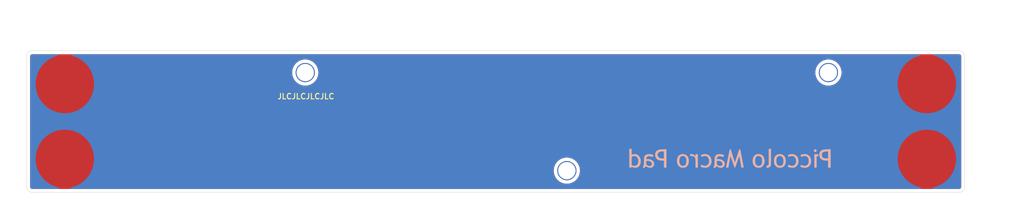
<source format=kicad_pcb>
(kicad_pcb (version 20210925) (generator pcbnew)
  (layers (0 "F.Cu" signal) (31 "B.Cu" signal) (34 "B.Paste" user) (35 "F.Paste" user) (36 "B.SilkS" user "B.Silkscreen") (37 "F.SilkS" user "F.Silkscreen") (38 "B.Mask" user) (39 "F.Mask" user) (44 "Edge.Cuts" user))
  (net 0 "")
  (footprint "Envoy:MountingHole_Reinforced_2.5mm" (layer "F.Cu") (at 189.961868 87.227905)
    (fp_text reference "H3" hide)
    (fp_text value "MountingHole")
    (pad "" thru_hole circle (at 0 0) (size 2.8 2.8) (drill 2.5) (layers *.Cu *.Mask))
  )
  (footprint "Envoy:BumperLocator_8.5mm" (layer "F.Cu") (at 204.3 88.9)
    (fp_text reference "B1" hide)
    (fp_text value "BumperPad")
    (zone (net 0) (net_name "") (layer "B.Cu") (connect_pads (clearance 0)) (min_thickness 0.254)
      (keepout (tracks not_allowed) (vias not_allowed) (pads not_allowed) (copperpour not_allowed) (footprints allowed))
      (fill (thermal_gap 0.508) (thermal_bridge_width 0.508))
      (polygon (pts (xy 208.554819 88.9) (xy 208.535936 88.499586) (xy 208.479454 88.102726) (xy 208.385876 87.712943) (xy 208.256031 87.333697) (xy 208.091071 86.968353) (xy 207.892462 86.620154) (xy 207.661967 86.292191) (xy 207.40163 85.987376) (xy 207.113762 85.708413) (xy 206.80092 85.457779) (xy 206.465879 85.237698) (xy 206.111614 85.050125) (xy 205.741269 84.896723) (xy 205.35813 84.778854) (xy 204.9656 84.697565) (xy 204.567162 84.653577) (xy 204.166353 84.64728) (xy 203.76673 84.678732) (xy 203.37184 84.747651) (xy 202.985189 84.853427) (xy 202.610208 84.99512) (xy 202.250225 85.171474) (xy 201.908437 85.380922) (xy 201.587876 85.621606) (xy 201.291389 85.891389) (xy 201.021606 86.187876) (xy 200.780922 86.508437) (xy 200.571474 86.850225) (xy 200.39512 87.210208) (xy 200.253427 87.585189) (xy 200.147651 87.97184) (xy 200.078732 88.36673) (xy 200.04728 88.766353) (xy 200.053577 89.167162) (xy 200.097565 89.5656) (xy 200.178854 89.95813) (xy 200.296723 90.341269) (xy 200.450125 90.711614) (xy 200.637698 91.065879) (xy 200.857779 91.40092) (xy 201.108413 91.713762) (xy 201.387376 92.00163) (xy 201.692191 92.261967) (xy 202.020154 92.492462) (xy 202.368353 92.691071) (xy 202.733697 92.856031) (xy 203.112943 92.985876) (xy 203.502726 93.079454) (xy 203.899586 93.135936) (xy 204.3 93.154819) (xy 204.700414 93.135936) (xy 205.097274 93.079454) (xy 205.487057 92.985876) (xy 205.866303 92.856031) (xy 206.231647 92.691071) (xy 206.579846 92.492462) (xy 206.907809 92.261967) (xy 207.212624 92.00163) (xy 207.491587 91.713762) (xy 207.742221 91.40092) (xy 207.962302 91.065879) (xy 208.149875 90.711614) (xy 208.303277 90.341269) (xy 208.421146 89.95813) (xy 208.502435 89.5656) (xy 208.546423 89.167162)))
    )
  )
  (footprint "Envoy:MountingHole_Reinforced_2.5mm" (layer "F.Cu") (at 113.761868 87.227905)
    (fp_text reference "H1" hide)
    (fp_text value "MountingHole")
    (pad "" thru_hole circle (at 0 0) (size 2.8 2.8) (drill 2.5) (layers *.Cu *.Mask))
  )
  (footprint "Envoy:BumperLocator_8.5mm" (layer "F.Cu") (at 204.3 99.8)
    (fp_text reference "B1" hide)
    (fp_text value "BumperPad")
    (zone (net 0) (net_name "") (layer "B.Cu") (connect_pads (clearance 0)) (min_thickness 0.254)
      (keepout (tracks not_allowed) (vias not_allowed) (pads not_allowed) (copperpour not_allowed) (footprints allowed))
      (fill (thermal_gap 0.508) (thermal_bridge_width 0.508))
      (polygon (pts (xy 208.554819 99.8) (xy 208.535936 99.399586) (xy 208.479454 99.002726) (xy 208.385876 98.612943) (xy 208.256031 98.233697) (xy 208.091071 97.868353) (xy 207.892462 97.520154) (xy 207.661967 97.192191) (xy 207.40163 96.887376) (xy 207.113762 96.608413) (xy 206.80092 96.357779) (xy 206.465879 96.137698) (xy 206.111614 95.950125) (xy 205.741269 95.796723) (xy 205.35813 95.678854) (xy 204.9656 95.597565) (xy 204.567162 95.553577) (xy 204.166353 95.54728) (xy 203.76673 95.578732) (xy 203.37184 95.647651) (xy 202.985189 95.753427) (xy 202.610208 95.89512) (xy 202.250225 96.071474) (xy 201.908437 96.280922) (xy 201.587876 96.521606) (xy 201.291389 96.791389) (xy 201.021606 97.087876) (xy 200.780922 97.408437) (xy 200.571474 97.750225) (xy 200.39512 98.110208) (xy 200.253427 98.485189) (xy 200.147651 98.87184) (xy 200.078732 99.26673) (xy 200.04728 99.666353) (xy 200.053577 100.067162) (xy 200.097565 100.4656) (xy 200.178854 100.85813) (xy 200.296723 101.241269) (xy 200.450125 101.611614) (xy 200.637698 101.965879) (xy 200.857779 102.30092) (xy 201.108413 102.613762) (xy 201.387376 102.90163) (xy 201.692191 103.161967) (xy 202.020154 103.392462) (xy 202.368353 103.591071) (xy 202.733697 103.756031) (xy 203.112943 103.885876) (xy 203.502726 103.979454) (xy 203.899586 104.035936) (xy 204.3 104.054819) (xy 204.700414 104.035936) (xy 205.097274 103.979454) (xy 205.487057 103.885876) (xy 205.866303 103.756031) (xy 206.231647 103.591071) (xy 206.579846 103.392462) (xy 206.907809 103.161967) (xy 207.212624 102.90163) (xy 207.491587 102.613762) (xy 207.742221 102.30092) (xy 207.962302 101.965879) (xy 208.149875 101.611614) (xy 208.303277 101.241269) (xy 208.421146 100.85813) (xy 208.502435 100.4656) (xy 208.546423 100.067162)))
    )
  )
  (footprint "Envoy:BumperLocator_8.5mm" (layer "F.Cu") (at 78.74 88.9)
    (fp_text reference "B1" hide)
    (fp_text value "BumperPad")
    (zone (net 0) (net_name "") (layer "B.Cu") (connect_pads (clearance 0)) (min_thickness 0.254)
      (keepout (tracks not_allowed) (vias not_allowed) (pads not_allowed) (copperpour not_allowed) (footprints allowed))
      (fill (thermal_gap 0.508) (thermal_bridge_width 0.508))
      (polygon (pts (xy 82.994819 88.9) (xy 82.975936 88.499586) (xy 82.919454 88.102726) (xy 82.825876 87.712943) (xy 82.696031 87.333697) (xy 82.531071 86.968353) (xy 82.332462 86.620154) (xy 82.101967 86.292191) (xy 81.84163 85.987376) (xy 81.553762 85.708413) (xy 81.24092 85.457779) (xy 80.905879 85.237698) (xy 80.551614 85.050125) (xy 80.181269 84.896723) (xy 79.79813 84.778854) (xy 79.4056 84.697565) (xy 79.007162 84.653577) (xy 78.606353 84.64728) (xy 78.20673 84.678732) (xy 77.81184 84.747651) (xy 77.425189 84.853427) (xy 77.050208 84.99512) (xy 76.690225 85.171474) (xy 76.348437 85.380922) (xy 76.027876 85.621606) (xy 75.731389 85.891389) (xy 75.461606 86.187876) (xy 75.220922 86.508437) (xy 75.011474 86.850225) (xy 74.83512 87.210208) (xy 74.693427 87.585189) (xy 74.587651 87.97184) (xy 74.518732 88.36673) (xy 74.48728 88.766353) (xy 74.493577 89.167162) (xy 74.537565 89.5656) (xy 74.618854 89.95813) (xy 74.736723 90.341269) (xy 74.890125 90.711614) (xy 75.077698 91.065879) (xy 75.297779 91.40092) (xy 75.548413 91.713762) (xy 75.827376 92.00163) (xy 76.132191 92.261967) (xy 76.460154 92.492462) (xy 76.808353 92.691071) (xy 77.173697 92.856031) (xy 77.552943 92.985876) (xy 77.942726 93.079454) (xy 78.339586 93.135936) (xy 78.74 93.154819) (xy 79.140414 93.135936) (xy 79.537274 93.079454) (xy 79.927057 92.985876) (xy 80.306303 92.856031) (xy 80.671647 92.691071) (xy 81.019846 92.492462) (xy 81.347809 92.261967) (xy 81.652624 92.00163) (xy 81.931587 91.713762) (xy 82.182221 91.40092) (xy 82.402302 91.065879) (xy 82.589875 90.711614) (xy 82.743277 90.341269) (xy 82.861146 89.95813) (xy 82.942435 89.5656) (xy 82.986423 89.167162)))
    )
  )
  (footprint "Envoy:MountingHole_Reinforced_2.5mm" (layer "F.Cu") (at 151.861868 101.515405)
    (fp_text reference "H2" hide)
    (fp_text value "MountingHole")
    (pad "" thru_hole circle (at 0 0) (size 2.8 2.8) (drill 2.5) (layers *.Cu *.Mask))
  )
  (footprint "Envoy:BumperLocator_8.5mm" (layer "F.Cu") (at 78.74 99.8)
    (fp_text reference "B1" hide)
    (fp_text value "BumperPad")
    (zone (net 0) (net_name "") (layer "B.Cu") (connect_pads (clearance 0)) (min_thickness 0.254)
      (keepout (tracks not_allowed) (vias not_allowed) (pads not_allowed) (copperpour not_allowed) (footprints allowed))
      (fill (thermal_gap 0.508) (thermal_bridge_width 0.508))
      (polygon (pts (xy 82.994819 99.8) (xy 82.975936 99.399586) (xy 82.919454 99.002726) (xy 82.825876 98.612943) (xy 82.696031 98.233697) (xy 82.531071 97.868353) (xy 82.332462 97.520154) (xy 82.101967 97.192191) (xy 81.84163 96.887376) (xy 81.553762 96.608413) (xy 81.24092 96.357779) (xy 80.905879 96.137698) (xy 80.551614 95.950125) (xy 80.181269 95.796723) (xy 79.79813 95.678854) (xy 79.4056 95.597565) (xy 79.007162 95.553577) (xy 78.606353 95.54728) (xy 78.20673 95.578732) (xy 77.81184 95.647651) (xy 77.425189 95.753427) (xy 77.050208 95.89512) (xy 76.690225 96.071474) (xy 76.348437 96.280922) (xy 76.027876 96.521606) (xy 75.731389 96.791389) (xy 75.461606 97.087876) (xy 75.220922 97.408437) (xy 75.011474 97.750225) (xy 74.83512 98.110208) (xy 74.693427 98.485189) (xy 74.587651 98.87184) (xy 74.518732 99.26673) (xy 74.48728 99.666353) (xy 74.493577 100.067162) (xy 74.537565 100.4656) (xy 74.618854 100.85813) (xy 74.736723 101.241269) (xy 74.890125 101.611614) (xy 75.077698 101.965879) (xy 75.297779 102.30092) (xy 75.548413 102.613762) (xy 75.827376 102.90163) (xy 76.132191 103.161967) (xy 76.460154 103.392462) (xy 76.808353 103.591071) (xy 77.173697 103.756031) (xy 77.552943 103.885876) (xy 77.942726 103.979454) (xy 78.339586 104.035936) (xy 78.74 104.054819) (xy 79.140414 104.035936) (xy 79.537274 103.979454) (xy 79.927057 103.885876) (xy 80.306303 103.756031) (xy 80.671647 103.591071) (xy 81.019846 103.392462) (xy 81.347809 103.161967) (xy 81.652624 102.90163) (xy 81.931587 102.613762) (xy 82.182221 102.30092) (xy 82.402302 101.965879) (xy 82.589875 101.611614) (xy 82.743277 101.241269) (xy 82.861146 100.85813) (xy 82.942435 100.4656) (xy 82.986423 100.067162)))
    )
  )
  (footprint "Envoy:Piccolo_Macro_Pad_text_30mm" (layer "B.Cu") (at 175.55 99.85 180)
    (fp_text reference "G***" hide)
    (fp_text value "LOGO" hide)
    (fp_poly (pts (xy -5.709174 -0.75287) (xy -5.635307 -0.840656) (xy -5.565099 -0.902263) (xy -5.490945 -0.936167) (xy -5.482382 -0.937559) (xy -5.435893 -0.94774) (xy -5.410975 -0.974771) (xy -5.399215 -1.034168) (xy -5.394521 -1.099599) (xy -5.385717 -1.252523) (xy -5.496471 -1.251245) (xy -5.60134 -1.239747) (xy -5.709383 -1.213406) (xy -5.719218 -1.210035) (xy -5.813381 -1.165652) (xy -5.896558 -1.109528) (xy -5.905025 -1.102082) (xy -5.94164 -1.066938) (xy -5.971924 -1.031454) (xy -5.996479 -0.990016) (xy -6.015904 -0.937013) (xy -6.0308 -0.866834) (xy -6.041768 -0.773865) (xy -6.049408 -0.652495) (xy -6.054322 -0.497112) (xy -6.057109 -0.302105) (xy -6.05837 -0.06186) (xy -6.058705 0.229234) (xy -6.058715 0.334041) (xy -6.058715 1.514679) (xy -5.709174 1.514679)) (layer "B.SilkS") (width 0) (fill solid))
    (fp_poly (pts (xy -4.049128 0.739816) (xy -3.846512 0.680083) (xy -3.67685 0.573061) (xy -3.541847 0.420205) (xy -3.443203 0.222975) (xy -3.382623 -0.017171) (xy -3.382089 -0.020603) (xy -3.363393 -0.282215) (xy -3.388742 -0.525358) (xy -3.455631 -0.7437) (xy -3.561555 -0.930911) (xy -3.70401 -1.080659) (xy -3.834972 -1.165419) (xy -3.974811 -1.214244) (xy -4.145969 -1.24175) (xy -4.325044 -1.246604) (xy -4.488634 -1.227473) (xy -4.56194 -1.20683) (xy -4.733371 -1.114216) (xy -4.878624 -0.976423) (xy -4.993636 -0.802169) (xy -5.07434 -0.600171) (xy -5.116672 -0.379148) (xy -5.116619 -0.262156) (xy -4.733371 -0.262156) (xy -4.731978 -0.414076) (xy -4.726422 -0.522133) (xy -4.714638 -0.600683) (xy -4.694563 -0.664081) (xy -4.667458 -0.720503) (xy -4.611188 -0.80654) (xy -4.548098 -0.876185) (xy -4.52659 -0.892985) (xy -4.389648 -0.95097) (xy -4.234532 -0.966619) (xy -4.081766 -0.94035) (xy -3.963722 -0.881555) (xy -3.907305 -0.823979) (xy -3.846207 -0.737107) (xy -3.815825 -0.683005) (xy -3.781073 -0.606554) (xy -3.759364 -0.532799) (xy -3.74778 -0.44429) (xy -3.743403 -0.323575) (xy -3.743004 -0.247592) (xy -3.755419 -0.013393) (xy -3.793997 0.170747) (xy -3.860733 0.30778) (xy -3.957625 0.400656) (xy -4.086672 0.452326) (xy -4.226078 0.466055) (xy -4.38749 0.444949) (xy -4.517576 0.378411) (xy -4.624305 0.261613) (xy -4.66055 0.202772) (xy -4.692568 0.140332) (xy -4.71359 0.079958) (xy -4.725883 0.007178) (xy -4.731713 -0.092475) (xy -4.733348 -0.233472) (xy -4.733371 -0.262156) (xy -5.116619 -0.262156) (xy -5.116567 -0.147818) (xy -5.102493 -0.047513) (xy -5.035388 0.202561) (xy -4.934656 0.40522) (xy -4.799733 0.561012) (xy -4.630053 0.67049) (xy -4.425051 0.734204) (xy -4.282996 0.750799)) (layer "B.SilkS") (width 0) (fill solid))
    (fp_poly (pts (xy 1.41273 0.74057) (xy 1.596757 0.733338) (xy 1.736974 0.712062) (xy 1.846982 0.672592) (xy 1.940382 0.610779) (xy 1.991326 0.564032) (xy 2.045033 0.505811) (xy 2.086627 0.446187) (xy 2.117942 0.376604) (xy 2.140814 0.288503) (xy 2.157075 0.173326) (xy 2.168559 0.022513) (xy 2.177101 -0.172492) (xy 2.181895 -0.325279) (xy 2.188091 -0.528656) (xy 2.194082 -0.682348) (xy 2.200894 -0.79491) (xy 2.209554 -0.874901) (xy 2.221087 -0.930879) (xy 2.23652 -0.971399) (xy 2.256881 -1.005021) (xy 2.264737 -1.0159) (xy 2.30887 -1.09499) (xy 2.329971 -1.170975) (xy 2.330276 -1.178523) (xy 2.321503 -1.230749) (xy 2.283388 -1.250368) (xy 2.24001 -1.252523) (xy 2.122743 -1.233068) (xy 2.013532 -1.182183) (xy 1.934485 -1.11109) (xy 1.921772 -1.090999) (xy 1.881902 -1.032397) (xy 1.845553 -1.026707) (xy 1.804197 -1.065317) (xy 1.714323 -1.136363) (xy 1.584646 -1.192729) (xy 1.432448 -1.231371) (xy 1.275009 -1.249247) (xy 1.129609 -1.243314) (xy 1.013529 -1.210529) (xy 1.004931 -1.20606) (xy 0.848835 -1.091567) (xy 0.741383 -0.949824) (xy 0.684734 -0.788279) (xy 0.681135 -0.618498) (xy 1.029332 -0.618498) (xy 1.030217 -0.757712) (xy 1.077581 -0.867249) (xy 1.165598 -0.943083) (xy 1.28844 -0.981187) (xy 1.44028 -0.977534) (xy 1.522758 -0.959487) (xy 1.616005 -0.919632) (xy 1.711694 -0.858337) (xy 1.733939 -0.840119) (xy 1.783502 -0.794349) (xy 1.813469 -0.753444) (xy 1.828771 -0.701324) (xy 1.834335 -0.621909) (xy 1.835092 -0.510128) (xy 1.833968 -0.391252) (xy 1.828477 -0.318082) (xy 1.815444 -0.27808) (xy 1.791693 -0.258708) (xy 1.769553 -0.251387) (xy 1.611213 -0.231925) (xy 1.451374 -0.252066) (xy 1.301698 -0.306026) (xy 1.173847 -0.388021) (xy 1.079482 -0.492268) (xy 1.030265 -0.612984) (xy 1.029332 -0.618498) (xy 0.681135 -0.618498) (xy 0.681048 -0.614379) (xy 0.732484 -0.435572) (xy 0.763622 -0.37372) (xy 0.865873 -0.245807) (xy 1.011659 -0.136471) (xy 1.187725 -0.051299) (xy 1.380815 0.00412) (xy 1.577675 0.024201) (xy 1.690864 0.017126) (xy 1.776227 0.007455) (xy 1.818803 0.012038) (xy 1.833465 0.036812) (xy 1.835092 0.074698) (xy 1.810949 0.212152) (xy 1.743171 0.319023) (xy 1.638739 0.393575) (xy 1.50463 0.43407) (xy 1.347823 0.438774) (xy 1.175298 0.405951) (xy 0.994033 0.333863) (xy 0.930839 0.299629) (xy 0.912183 0.318374) (xy 0.878923 0.37199) (xy 0.840708 0.44238) (xy 0.807186 0.511448) (xy 0.788007 0.561097) (xy 0.786468 0.570395) (xy 0.810686 0.589695) (xy 0.873888 0.624875) (xy 0.953957 0.664283) (xy 1.040087 0.701481) (xy 1.117565 0.724559) (xy 1.204917 0.736596) (xy 1.320666 0.740673)) (layer "B.SilkS") (width 0) (fill solid))
    (fp_poly (pts (xy 7.023908 0.729654) (xy 7.220841 0.65548) (xy 7.384037 0.535944) (xy 7.511432 0.373448) (xy 7.600963 0.170398) (xy 7.650566 -0.070804) (xy 7.660434 -0.251806) (xy 7.638231 -0.506595) (xy 7.573016 -0.730347) (xy 7.468223 -0.919176) (xy 7.327284 -1.069198) (xy 7.153633 -1.176526) (xy 6.950702 -1.237276) (xy 6.778552 -1.249896) (xy 6.662965 -1.243793) (xy 6.555483 -1.230823) (xy 6.499705 -1.219101) (xy 6.317996 -1.137311) (xy 6.163523 -1.006621) (xy 6.040448 -0.831622) (xy 5.952928 -0.616907) (xy 5.952367 -0.614987) (xy 5.92497 -0.467729) (xy 5.915413 -0.290954) (xy 5.91768 -0.233028) (xy 6.277529 -0.233028) (xy 6.292637 -0.473068) (xy 6.338964 -0.664568) (xy 6.417017 -0.808486) (xy 6.527298 -0.905785) (xy 6.656474 -0.954702) (xy 6.785084 -0.966304) (xy 6.912964 -0.952241) (xy 7.016597 -0.915875) (xy 7.041268 -0.899708) (xy 7.160269 -0.770372) (xy 7.243827 -0.600993) (xy 7.289797 -0.399334) (xy 7.296031 -0.173155) (xy 7.280653 -0.034163) (xy 7.232456 0.160984) (xy 7.15676 0.305997) (xy 7.051208 0.403296) (xy 6.913445 0.4553) (xy 6.79334 0.466055) (xy 6.640693 0.44867) (xy 6.519935 0.391757) (xy 6.419626 0.288181) (xy 6.36266 0.197348) (xy 6.322071 0.118208) (xy 6.296904 0.048003) (xy 6.283521 -0.031655) (xy 6.278286 -0.139151) (xy 6.277529 -0.233028) (xy 5.91768 -0.233028) (xy 5.922689 -0.105023) (xy 5.945795 0.069705) (xy 5.983724 0.212869) (xy 5.994544 0.239427) (xy 6.111246 0.435205) (xy 6.264832 0.587352) (xy 6.45039 0.692698) (xy 6.663009 0.748075) (xy 6.795302 0.756061)) (layer "B.SilkS") (width 0) (fill solid))
    (fp_poly (pts (xy 14.593349 -1.223395) (xy 14.418578 -1.223395) (xy 14.320965 -1.221269) (xy 14.26822 -1.211931) (xy 14.247021 -1.190941) (xy 14.243808 -1.165138) (xy 14.24133 -1.124087) (xy 14.225563 -1.111575) (xy 14.184003 -1.128076) (xy 14.110749 -1.170166) (xy 14.000505 -1.212766) (xy 13.855735 -1.238513) (xy 13.698041 -1.246163) (xy 13.549025 -1.234475) (xy 13.445418 -1.208445) (xy 13.263702 -1.109015) (xy 13.116466 -0.964222) (xy 13.006269 -0.777435) (xy 12.935671 -0.552022) (xy 12.931742 -0.53206) (xy 12.91018 -0.280919) (xy 12.910664 -0.27672) (xy 13.283493 -0.27672) (xy 13.298021 -0.479235) (xy 13.343313 -0.640499) (xy 13.422965 -0.770795) (xy 13.475849 -0.826658) (xy 13.602017 -0.907753) (xy 13.756966 -0.952369) (xy 13.922429 -0.958388) (xy 14.08014 -0.923689) (xy 14.128454 -0.90239) (xy 14.243808 -0.843541) (xy 14.243808 -0.276128) (xy 14.243457 -0.07986) (xy 14.241871 0.066605) (xy 14.238248 0.171719) (xy 14.231787 0.243932) (xy 14.221687 0.291697) (xy 14.207147 0.323466) (xy 14.187365 0.34769) (xy 14.184388 0.350704) (xy 14.065809 0.430004) (xy 13.921172 0.464234) (xy 13.763375 0.451637) (xy 13.667983 0.420972) (xy 13.50989 0.325809) (xy 13.393338 0.189888) (xy 13.318434 0.013399) (xy 13.285281 -0.203467) (xy 13.283493 -0.27672) (xy 12.910664 -0.27672) (xy 12.938245 -0.037227) (xy 13.012412 0.190447) (xy 13.129156 0.393536) (xy 13.284951 0.563469) (xy 13.423367 0.662873) (xy 13.499479 0.703386) (xy 13.570466 0.727425) (xy 13.656065 0.73909) (xy 13.776013 0.742479) (xy 13.806881 0.742523) (xy 13.958528 0.73758) (xy 14.066709 0.721692) (xy 14.145546 0.692723) (xy 14.14914 0.6908) (xy 14.243808 0.639329) (xy 14.243808 1.514679) (xy 14.593349 1.514679)) (layer "B.SilkS") (width 0) (fill solid))
    (fp_poly (pts (xy 3.892157 0.712705) (xy 4.104126 0.627805) (xy 4.164342 0.592457) (xy 4.193883 0.566858) (xy 4.194496 0.564628) (xy 4.178945 0.533146) (xy 4.139642 0.472596) (xy 4.116943 0.440294) (xy 4.03939 0.332404) (xy 3.920326 0.391947) (xy 3.825348 0.428148) (xy 3.711464 0.446795) (xy 3.57822 0.451491) (xy 3.460692 0.44949) (xy 3.382035 0.440024) (xy 3.322909 0.417896) (xy 3.263972 0.377911) (xy 3.243243 0.361501) (xy 3.157708 0.277461) (xy 3.078728 0.175735) (xy 3.058487 0.143038) (xy 3.023356 0.0738) (xy 3.001614 0.005817) (xy 2.990187 -0.078106) (xy 2.986004 -0.195161) (xy 2.985665 -0.26444) (xy 2.98705 -0.398147) (xy 2.993598 -0.490884) (xy 3.0089 -0.559918) (xy 3.036549 -0.622514) (xy 3.073051 -0.684541) (xy 3.190763 -0.824103) (xy 3.337636 -0.916663) (xy 3.506182 -0.960504) (xy 3.688911 -0.953909) (xy 3.878334 -0.895159) (xy 3.915028 -0.877674) (xy 4.080696 -0.794109) (xy 4.137596 -0.905642) (xy 4.180282 -1.000581) (xy 4.186522 -1.063792) (xy 4.150348 -1.109345) (xy 4.065795 -1.151314) (xy 4.027007 -1.166491) (xy 3.912662 -1.198864) (xy 3.768295 -1.223929) (xy 3.611896 -1.240258) (xy 3.461452 -1.246425) (xy 3.334954 -1.241003) (xy 3.262386 -1.227134) (xy 3.054893 -1.130909) (xy 2.879646 -0.993665) (xy 2.743845 -0.82309) (xy 2.654689 -0.626871) (xy 2.637109 -0.559558) (xy 2.619845 -0.419148) (xy 2.617847 -0.249438) (xy 2.630105 -0.077065) (xy 2.655609 0.071332) (xy 2.661919 0.094794) (xy 2.749297 0.299033) (xy 2.878387 0.469145) (xy 3.041835 0.602414) (xy 3.23229 0.696122) (xy 3.442397 0.747551) (xy 3.664804 0.753985)) (layer "B.SilkS") (width 0) (fill solid))
    (fp_poly (pts (xy -10.778737 0.743686) (xy -10.618987 0.707536) (xy -10.469797 0.656107) (xy -10.376832 0.609376) (xy -10.342899 0.585141) (xy -10.334938 0.559436) (xy -10.355389 0.516379) (xy -10.401761 0.447264) (xy -10.487267 0.322985) (xy -10.589638 0.383385) (xy -10.694494 0.425777) (xy -10.831647 0.453855) (xy -10.877946 0.45871) (xy -10.997934 0.463318) (xy -11.088948 0.451119) (xy -11.178935 0.417711) (xy -11.199345 0.408059) (xy -11.34181 0.311059) (xy -11.44479 0.175863) (xy -11.50949 0.000027) (xy -11.537115 -0.218893) (xy -11.538367 -0.280125) (xy -11.520248 -0.49209) (xy -11.463386 -0.662551) (xy -11.365777 -0.795218) (xy -11.225413 -0.893802) (xy -11.199885 -0.906185) (xy -11.02496 -0.956114) (xy -10.837346 -0.955214) (xy -10.651556 -0.904173) (xy -10.595166 -0.877524) (xy -10.436023 -0.79381) (xy -10.371478 -0.926664) (xy -10.306933 -1.059517) (xy -10.37253 -1.108997) (xy -10.46848 -1.16449) (xy -10.592179 -1.203526) (xy -10.754175 -1.228627) (xy -10.923165 -1.240586) (xy -11.068215 -1.244659) (xy -11.174265 -1.239882) (xy -11.260168 -1.224219) (xy -11.344781 -1.195636) (xy -11.346681 -1.194882) (xy -11.535782 -1.089549) (xy -11.690337 -0.940515) (xy -11.806593 -0.753534) (xy -11.880798 -0.534357) (xy -11.907618 -0.334977) (xy -11.896681 -0.075959) (xy -11.838063 0.155494) (xy -11.735433 0.35531) (xy -11.592461 0.519422) (xy -11.412818 0.643759) (xy -11.200174 0.724253) (xy -10.958199 0.756833) (xy -10.922438 0.757339)) (layer "B.SilkS") (width 0) (fill solid))
    (fp_poly (pts (xy 11.695069 0.74057) (xy 11.879096 0.733338) (xy 12.019314 0.712062) (xy 12.129322 0.672592) (xy 12.222721 0.610779) (xy 12.273666 0.564032) (xy 12.327372 0.505811) (xy 12.368966 0.446187) (xy 12.400282 0.376604) (xy 12.423153 0.288503) (xy 12.439414 0.173326) (xy 12.450898 0.022513) (xy 12.45944 -0.172492) (xy 12.464234 -0.325279) (xy 12.470431 -0.528656) (xy 12.476422 -0.682348) (xy 12.483234 -0.79491) (xy 12.491893 -0.874901) (xy 12.503426 -0.930879) (xy 12.51886 -0.971399) (xy 12.53922 -1.005021) (xy 12.547076 -1.0159) (xy 12.591209 -1.09499) (xy 12.61231 -1.170975) (xy 12.612615 -1.178523) (xy 12.603842 -1.230749) (xy 12.565727 -1.250368) (xy 12.52235 -1.252523) (xy 12.405083 -1.233068) (xy 12.295871 -1.182183) (xy 12.216825 -1.11109) (xy 12.204111 -1.090999) (xy 12.164241 -1.032397) (xy 12.127892 -1.026707) (xy 12.086536 -1.065317) (xy 11.996662 -1.136363) (xy 11.866986 -1.192729) (xy 11.714788 -1.231371) (xy 11.557348 -1.249247) (xy 11.411948 -1.243314) (xy 11.295868 -1.210529) (xy 11.287271 -1.20606) (xy 11.131174 -1.091567) (xy 11.023722 -0.949824) (xy 10.967074 -0.788279) (xy 10.963475 -0.618498) (xy 11.311672 -0.618498) (xy 11.312557 -0.757712) (xy 11.359921 -0.867249) (xy 11.447937 -0.943083) (xy 11.570779 -0.981187) (xy 11.72262 -0.977534) (xy 11.805097 -0.959487) (xy 11.898345 -0.919632) (xy 11.994034 -0.858337) (xy 12.016278 -0.840119) (xy 12.065841 -0.794349) (xy 12.095809 -0.753444) (xy 12.11111 -0.701324) (xy 12.116675 -0.621909) (xy 12.117431 -0.510128) (xy 12.116307 -0.391252) (xy 12.110816 -0.318082) (xy 12.097784 -0.27808) (xy 12.074033 -0.258708) (xy 12.051892 -0.251387) (xy 11.893552 -0.231925) (xy 11.733714 -0.252066) (xy 11.584038 -0.306026) (xy 11.456187 -0.388021) (xy 11.361822 -0.492268) (xy 11.312605 -0.612984) (xy 11.311672 -0.618498) (xy 10.963475 -0.618498) (xy 10.963388 -0.614379) (xy 11.014824 -0.435572) (xy 11.045961 -0.37372) (xy 11.148212 -0.245807) (xy 11.293998 -0.136471) (xy 11.470064 -0.051299) (xy 11.663155 0.00412) (xy 11.860015 0.024201) (xy 11.973203 0.017126) (xy 12.058566 0.007455) (xy 12.101142 0.012038) (xy 12.115804 0.036812) (xy 12.117431 0.074698) (xy 12.093288 0.212152) (xy 12.025511 0.319023) (xy 11.921078 0.393575) (xy 11.786969 0.43407) (xy 11.630162 0.438774) (xy 11.457637 0.405951) (xy 11.276372 0.333863) (xy 11.213178 0.299629) (xy 11.194523 0.318374) (xy 11.161263 0.37199) (xy 11.123048 0.44238) (xy 11.089526 0.511448) (xy 11.070347 0.561097) (xy 11.068808 0.570395) (xy 11.093025 0.589695) (xy 11.156228 0.624875) (xy 11.236296 0.664283) (xy 11.322426 0.701481) (xy 11.399905 0.724559) (xy 11.487256 0.736596) (xy 11.603006 0.740673)) (layer "B.SilkS") (width 0) (fill solid))
    (fp_poly (pts (xy -14.251089 1.448186) (xy -14.025866 1.438612) (xy -13.84798 1.424661) (xy -13.706553 1.404128) (xy -13.590705 1.374812) (xy -13.489558 1.334509) (xy -13.392234 1.281016) (xy -13.376196 1.271027) (xy -13.237683 1.158093) (xy -13.14451 1.01949) (xy -13.093205 0.84807) (xy -13.079948 0.661301) (xy -13.100934 0.429937) (xy -13.1624 0.238447) (xy -13.266732 0.082631) (xy -13.416313 -0.041711) (xy -13.508228 -0.093102) (xy -13.597576 -0.134611) (xy -13.675791 -0.162409) (xy -13.759858 -0.179936) (xy -13.86676 -0.190635) (xy -14.01348 -0.197947) (xy -14.028447 -0.198527) (xy -14.360321 -0.21123) (xy -14.360321 -1.223395) (xy -14.738991 -1.223395) (xy -14.738991 0.630561) (xy -14.360321 0.630561) (xy -14.359043 0.469448) (xy -14.355509 0.328891) (xy -14.35017 0.219166) (xy -14.343478 0.15055) (xy -14.338474 0.132708) (xy -14.293689 0.118859) (xy -14.207295 0.115366) (xy -14.094724 0.120722) (xy -13.971404 0.133424) (xy -13.852766 0.151967) (xy -13.754238 0.174847) (xy -13.701035 0.19486) (xy -13.58818 0.269301) (xy -13.516095 0.360781) (xy -13.476808 0.483105) (xy -13.46397 0.605346) (xy -13.4702 0.769727) (xy -13.511028 0.893402) (xy -13.591621 0.985939) (xy -13.704942 1.05163) (xy -13.817184 1.088558) (xy -13.955761 1.116372) (xy -14.098456 1.132267) (xy -14.223052 1.133438) (xy -14.284438 1.124816) (xy -14.360321 1.105771) (xy -14.360321 0.630561) (xy -14.738991 0.630561) (xy -14.738991 1.463873)) (layer "B.SilkS") (width 0) (fill solid))
    (fp_poly (pts (xy -0.063999 1.450189) (xy -0.034499 1.421676) (xy -0.012892 1.356162) (xy -0.003785 1.31574) (xy 0.008545 1.256618) (xy 0.030974 1.147385) (xy 0.06208 0.995036) (xy 0.100438 0.806566) (xy 0.144627 0.58897) (xy 0.193222 0.349244) (xy 0.2448 0.094383) (xy 0.261406 0.012243) (xy 0.312707 -0.240911) (xy 0.360778 -0.476841) (xy 0.404327 -0.689302) (xy 0.442062 -0.872051) (xy 0.472692 -1.018843) (xy 0.494926 -1.123434) (xy 0.507472 -1.17958) (xy 0.509455 -1.186984) (xy 0.499642 -1.208145) (xy 0.44648 -1.219767) (xy 0.342772 -1.223393) (xy 0.339818 -1.223395) (xy 0.157151 -1.223395) (xy 0.015882 -0.444209) (xy -0.022196 -0.236054) (xy -0.057818 -0.044841) (xy -0.089431 0.121364) (xy -0.115479 0.254495) (xy -0.13441 0.346485) (xy -0.144669 0.389269) (xy -0.14472 0.389413) (xy -0.159735 0.380576) (xy -0.191198 0.315971) (xy -0.239069 0.195706) (xy -0.303306 0.019888) (xy -0.383868 -0.211377) (xy -0.449328 -0.404337) (xy -0.534728 -0.656119) (xy -0.604549 -0.856817) (xy -0.660571 -1.01096) (xy -0.704572 -1.123074) (xy -0.73833 -1.197686) (xy -0.763626 -1.239325) (xy -0.782237 -1.252518) (xy -0.782555 -1.252523) (xy -0.801343 -1.23952) (xy -0.827238 -1.197543) (xy -0.862031 -1.122141) (xy -0.907513 -1.008863) (xy -0.965476 -0.853257) (xy -1.037712 -0.650871) (xy -1.121617 -0.409972) (xy -1.194166 -0.202646) (xy -1.261236 -0.016027) (xy -1.320411 0.143556) (xy -1.369275 0.269776) (xy -1.405411 0.356302) (xy -1.426402 0.396807) (xy -1.430259 0.398342) (xy -1.43983 0.361657) (xy -1.458033 0.27533) (xy -1.483375 0.147085) (xy -1.51436 -0.015349) (xy -1.549492 -0.204248) (xy -1.587278 -0.411883) (xy -1.590466 -0.429599) (xy -1.733142 -1.223304) (xy -1.90063 -1.223349) (xy -1.996774 -1.220613) (xy -2.047655 -1.20972) (xy -2.066116 -1.186747) (xy -2.067289 -1.17242) (xy -2.061849 -1.133946) (xy -2.046617 -1.044274) (xy -2.022691 -0.909435) (xy -1.99117 -0.735463) (xy -1.953154 -0.528387) (xy -1.909739 -0.294241) (xy -1.862027 -0.039055) (xy -1.824518 0.160206) (xy -1.582577 1.441858) (xy -1.415327 1.441858) (xy -1.108179 0.503101) (xy -1.035098 0.281219) (xy -0.967231 0.078002) (xy -0.906783 -0.100168) (xy -0.855957 -0.246909) (xy -0.816959 -0.355839) (xy -0.791991 -0.420575) (xy -0.78375 -0.436291) (xy -0.771523 -0.409611) (xy -0.744646 -0.33353) (xy -0.705183 -0.214458) (xy -0.655196 -0.058802) (xy -0.596751 0.127029) (xy -0.53191 0.336627) (xy -0.479055 0.509747) (xy -0.401714 0.764177) (xy -0.339124 0.968375) (xy -0.289148 1.127865) (xy -0.249651 1.248169) (xy -0.218494 1.334812) (xy -0.19354 1.393317) (xy -0.172654 1.429207) (xy -0.153697 1.448005) (xy -0.134533 1.455236) (xy -0.113026 1.456422) (xy -0.112799 1.456422)) (layer "B.SilkS") (width 0) (fill solid))
    (fp_poly (pts (xy -8.780005 0.707829) (xy -8.76102 0.701719) (xy -8.656591 0.664017) (xy -8.569139 0.62721) (xy -8.520572 0.601103) (xy -8.492533 0.575005) (xy -8.491029 0.54478) (xy -8.519512 0.494445) (xy -8.554188 0.445519) (xy -8.639507 0.32774) (xy -8.754558 0.388998) (xy -8.841754 0.425191) (xy -8.944691 0.444562) (xy -9.083714 0.450834) (xy -9.092651 0.450873) (xy -9.210038 0.449228) (xy -9.288526 0.440065) (xy -9.347425 0.418232) (xy -9.406046 0.378578) (xy -9.427629 0.361501) (xy -9.559943 0.224711) (xy -9.645765 0.061263) (xy -9.688901 -0.1367) (xy -9.693097 -0.18655) (xy -9.687843 -0.418205) (xy -9.640207 -0.610271) (xy -9.55029 -0.762528) (xy -9.418187 -0.874755) (xy -9.380232 -0.8957) (xy -9.201342 -0.954468) (xy -9.01165 -0.957783) (xy -8.817604 -0.905835) (xy -8.754762 -0.877128) (xy -8.588012 -0.793018) (xy -8.532194 -0.923236) (xy -8.499468 -1.004289) (xy -8.479383 -1.063103) (xy -8.476376 -1.078075) (xy -8.501397 -1.10051) (xy -8.566509 -1.134225) (xy -8.643864 -1.166491) (xy -8.758209 -1.198864) (xy -8.902576 -1.223929) (xy -9.058976 -1.240258) (xy -9.209419 -1.246425) (xy -9.335918 -1.241003) (xy -9.408486 -1.227134) (xy -9.622898 -1.128277) (xy -9.797591 -0.988928) (xy -9.930223 -0.813286) (xy -10.018449 -0.605549) (xy -10.059926 -0.369912) (xy -10.05231 -0.110574) (xy -10.048416 -0.081067) (xy -10.001366 0.127748) (xy -9.919361 0.304905) (xy -9.792568 0.471305) (xy -9.784418 0.480215) (xy -9.627353 0.609396) (xy -9.436751 0.699265) (xy -9.22424 0.747305) (xy -9.001449 0.750998)) (layer "B.SilkS") (width 0) (fill solid))
    (fp_poly (pts (xy -12.350458 -1.223395) (xy -12.7 -1.223395) (xy -12.7 0.436926) (xy -12.962156 0.436926) (xy -12.962156 0.728211) (xy -12.350458 0.728211)) (layer "B.SilkS") (width 0) (fill solid))
    (fp_poly (pts (xy 9.66336 1.449804) (xy 9.889486 1.440547) (xy 10.06888 1.4256) (xy 10.212991 1.402282) (xy 10.333266 1.367912) (xy 10.441152 1.319811) (xy 10.548097 1.255299) (xy 10.576375 1.236052) (xy 10.695272 1.12009) (xy 10.77853 0.969066) (xy 10.825632 0.794397) (xy 10.836057 0.607504) (xy 10.809285 0.419805) (xy 10.744799 0.242718) (xy 10.642077 0.087663) (xy 10.629263 0.073354) (xy 10.516044 -0.030839) (xy 10.390014 -0.106018) (xy 10.239448 -0.156438) (xy 10.05262 -0.186354) (xy 9.881824 -0.197888) (xy 9.554129 -0.21123) (xy 9.554129 -1.223395) (xy 9.175459 -1.223395) (xy 9.175459 0.116514) (xy 9.552753 0.116514) (xy 9.752053 0.116514) (xy 9.882038 0.123301) (xy 10.013568 0.140877) (xy 10.096177 0.159521) (xy 10.246249 0.231305) (xy 10.36052 0.340721) (xy 10.434109 0.477066) (xy 10.462135 0.629637) (xy 10.439716 0.787733) (xy 10.413285 0.854887) (xy 10.332157 0.960558) (xy 10.205506 1.044286) (xy 10.043178 1.102232) (xy 9.85502 1.130561) (xy 9.706523 1.130301) (xy 9.568693 1.121445) (xy 9.560723 0.618979) (xy 9.552753 0.116514) (xy 9.175459 0.116514) (xy 9.175459 1.463873)) (layer "B.SilkS") (width 0) (fill solid))
    (fp_poly (pts (xy -12.397861 1.43195) (xy -12.328802 1.368051) (xy -12.29552 1.279001) (xy -12.304614 1.179073) (xy -12.337546 1.113362) (xy -12.405049 1.06248) (xy -12.496239 1.047908) (xy -12.588872 1.07012) (xy -12.641743 1.10688) (xy -12.692311 1.192193) (xy -12.696175 1.285481) (xy -12.659868 1.371065) (xy -12.589924 1.433264) (xy -12.496101 1.456422)) (layer "B.SilkS") (width 0) (fill solid))
    (fp_poly (pts (xy -7.269143 0.751083) (xy -7.05316 0.718265) (xy -6.87665 0.646922) (xy -6.732024 0.531847) (xy -6.611694 0.367832) (xy -6.556525 0.262156) (xy -6.523775 0.187162) (xy -6.5021 0.11788) (xy -6.489269 0.03921) (xy -6.483051 -0.063948) (xy -6.481211 -0.206695) (xy -6.481173 -0.247592) (xy -6.482651 -0.404932) (xy -6.488315 -0.518834) (xy -6.500165 -0.604076) (xy -6.5202 -0.675436) (xy -6.54815 -0.742775) (xy -6.650802 -0.911991) (xy -6.788116 -1.060727) (xy -6.9428 -1.170352) (xy -6.947133 -1.172635) (xy -7.049461 -1.20804) (xy -7.187976 -1.232695) (xy -7.341336 -1.245021) (xy -7.4882 -1.243442) (xy -7.607223 -1.226382) (xy -7.621209 -1.222436) (xy -7.800326 -1.137816) (xy -7.956981 -1.005054) (xy -8.081157 -0.832923) (xy -8.094367 -0.808159) (xy -8.14327 -0.706017) (xy -8.174494 -0.616942) (xy -8.193167 -0.519618) (xy -8.204422 -0.392731) (xy -8.207524 -0.338036) (xy -8.206925 -0.283442) (xy -7.856313 -0.283442) (xy -7.842251 -0.461423) (xy -7.802805 -0.626924) (xy -7.737896 -0.76942) (xy -7.647447 -0.878386) (xy -7.55883 -0.933449) (xy -7.451488 -0.957439) (xy -7.320181 -0.959015) (xy -7.191348 -0.939982) (xy -7.091427 -0.902144) (xy -7.090336 -0.901474) (xy -7.00462 -0.822453) (xy -6.924557 -0.699694) (xy -6.913064 -0.677029) (xy -6.872487 -0.585845) (xy -6.848046 -0.502672) (xy -6.835778 -0.406691) (xy -6.831719 -0.277085) (xy -6.831556 -0.248892) (xy -6.843011 -0.031195) (xy -6.880849 0.141815) (xy -6.947687 0.278641) (xy -7.020441 0.364572) (xy -7.12247 0.427234) (xy -7.255451 0.461201) (xy -7.398339 0.464056) (xy -7.530094 0.433381) (xy -7.548635 0.425248) (xy -7.660305 0.342757) (xy -7.746988 0.220117) (xy -7.808602 0.067853) (xy -7.84507 -0.103508) (xy -7.856313 -0.283442) (xy -8.206925 -0.283442) (xy -8.204719 -0.082285) (xy -8.16549 0.134198) (xy -8.087255 0.319563) (xy -7.967432 0.481961) (xy -7.938073 0.51258) (xy -7.786286 0.638821) (xy -7.625089 0.716872) (xy -7.44118 0.751474)) (layer "B.SilkS") (width 0) (fill solid))
    (fp_poly (pts (xy 5.65713 0.752174) (xy 5.728342 0.734673) (xy 5.754465 0.696403) (xy 5.741923 0.630018) (xy 5.710078 0.555368) (xy 5.652666 0.454219) (xy 5.602173 0.410481) (xy 5.558825 0.424313) (xy 5.546903 0.440269) (xy 5.504423 0.458757) (xy 5.416353 0.46137) (xy 5.379601 0.458592) (xy 5.282394 0.442702) (xy 5.210771 0.408695) (xy 5.137683 0.342755) (xy 5.123617 0.327859) (xy 5.05391 0.237988) (xy 4.999561 0.141249) (xy 4.983513 0.098354) (xy 4.973542 0.033041) (xy 4.96496 -0.080381) (xy 4.958213 -0.231768) (xy 4.953746 -0.410981) (xy 4.952005 -0.607876) (xy 4.951998 -0.61898) (xy 4.951835 -1.223395) (xy 4.602294 -1.223395) (xy 4.602294 0.728211) (xy 4.951835 0.728211) (xy 4.951835 0.434899) (xy 5.046253 0.542435) (xy 5.190272 0.664763) (xy 5.362173 0.736122) (xy 5.534404 0.756253)) (layer "B.SilkS") (width 0) (fill solid))
  )
  (footprint "Envoy:piccolo_logo_100mm_mask" (layer "B.Cu") (at 142.2 93.5 180)
    (fp_text reference "G***" hide)
    (fp_text value "LOGO" hide)
  )
  (gr_arc (start 73.979118 84.846655) (end 73.979118 84.052905) (angle -90) (layer "Edge.Cuts") (width 0.05))
  (gr_line (start 73.979118 104.690405) (end 209.011868 104.690405) (layer "Edge.Cuts") (width 0.05))
  (gr_line (start 209.805618 103.896655) (end 209.805618 84.846655) (layer "Edge.Cuts") (width 0.05))
  (gr_arc (start 73.979118 103.896655) (end 73.185368 103.896655) (angle -90) (layer "Edge.Cuts") (width 0.05))
  (gr_arc (start 209.011868 84.846655) (end 209.805618 84.846655) (angle -90) (layer "Edge.Cuts") (width 0.05))
  (gr_arc (start 209.011868 103.896655) (end 209.011868 104.690405) (angle -90) (layer "Edge.Cuts") (width 0.05))
  (gr_line (start 73.185368 84.846655) (end 73.185368 103.896655) (layer "Edge.Cuts") (width 0.05))
  (gr_line (start 209.011868 84.052905) (end 73.979118 84.052905) (layer "Edge.Cuts") (width 0.05))
  (gr_text "JLCJLCJLCJLC" (at 113.85 90.7) (layer "F.SilkS") (effects (font (size 0.8 0.8))))
  (zone (net 0) (net_name "") (layer "F.Cu") (connect_pads (clearance 0.508)) (min_thickness 0.254) (fill yes (thermal_gap 0.508) (thermal_bridge_width 0.508))
    (polygon (pts (xy 213.139368 82.497155) (xy 213.139368 106.881155) (xy 72.042368 107.389155) (xy 72.042368 82.497155) (xy 72.296368 82.497155)))
  )
  (zone (net 0) (net_name "") (layer "B.Cu") (connect_pads (clearance 0.508)) (min_thickness 0.254) (fill yes (thermal_gap 0.508) (thermal_bridge_width 0.508))
    (polygon (pts (xy 218.449372 107.609155) (xy 69.299372 108.109155) (xy 71.349372 79.859155) (xy 215.749372 76.659155)))
  )
)
</source>
